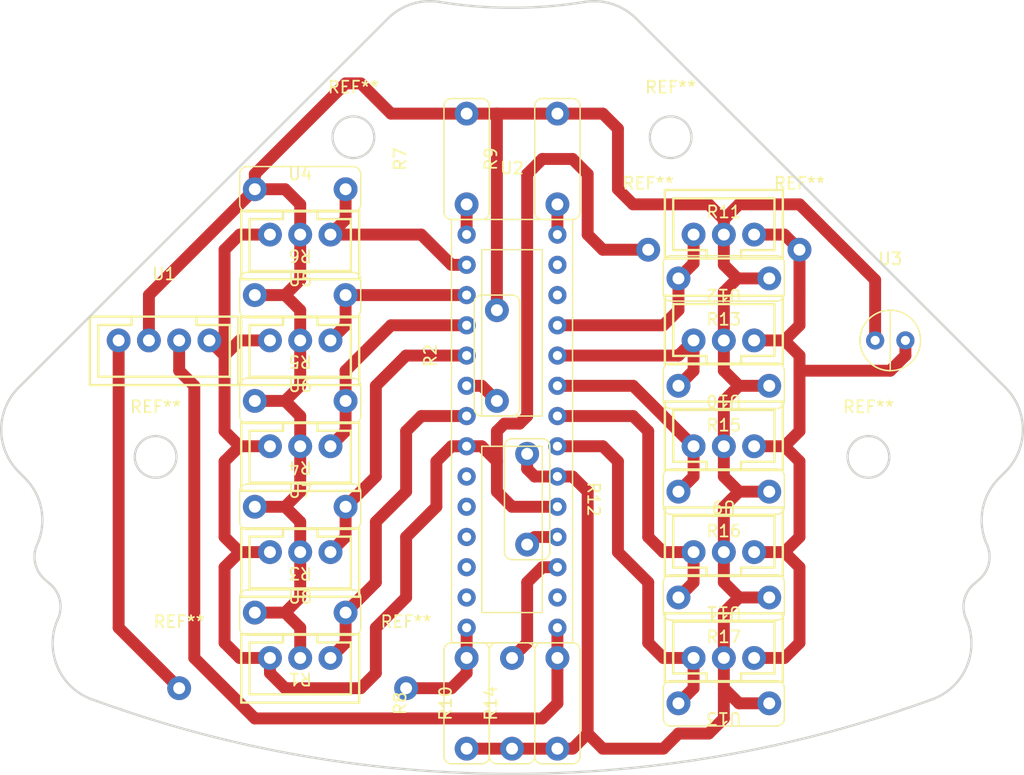
<source format=kicad_pcb>
(kicad_pcb (version 20211014) (generator pcbnew)
  (layers (0 "F.Cu" signal) (31 "B.Cu" signal) (34 "B.Paste" user) (35 "F.Paste" user) (36 "B.SilkS" user "B.Silkscreen") (37 "F.SilkS" user "F.Silkscreen") (38 "B.Mask" user) (39 "F.Mask" user) (44 "Edge.Cuts" user))
  (net 0 "")
  (net 1 "ch5")
  (net 2 "+5V")
  (net 3 "start")
  (net 4 "ch4")
  (net 5 "ch3")
  (net 6 "ch2")
  (net 7 "ch1")
  (net 8 "Net-(R7-Pad1)")
  (net 9 "SCL")
  (net 10 "Net-(R9-Pad1)")
  (net 11 "Net-(R10-Pad2)")
  (net 12 "ch9")
  (net 13 "Net-(R12-Pad2)")
  (net 14 "ch7")
  (net 15 "SDA")
  (net 16 "ch6")
  (net 17 "ch8")
  (net 18 "ch10")
  (net 19 "GND")
  (footprint "自分のフットプリント:抵抗" (layer "F.Cu") (at 17.78 17.652501)
    (fp_text reference "R11" (at 0 -0.5 unlocked) (layer "F.SilkS"))
    (fp_text value "100K")
    (pad "1" thru_hole circle (at -3.81 5.08) (size 2 2) (drill 1) (layers *.Cu *.Mask) (net 12 "ch9"))
    (pad "2" thru_hole circle (at 3.81 5.08) (size 2 2) (drill 1) (layers *.Cu *.Mask) (net 2 "+5V"))
  )
  (footprint "自分のフットプリント:抵抗" (layer "F.Cu") (at 17.78 53.34)
    (fp_text reference "R17" (at 0 -0.5 unlocked) (layer "F.SilkS"))
    (fp_text value "100K")
    (pad "1" thru_hole circle (at -3.81 5.08) (size 2 2) (drill 1) (layers *.Cu *.Mask) (net 18 "ch10"))
    (pad "2" thru_hole circle (at 3.81 5.08) (size 2 2) (drill 1) (layers *.Cu *.Mask) (net 2 "+5V"))
  )
  (footprint "自分のフットプリント:TJ3B-COREマイコン" (layer "F.Cu") (at 0 13.97)
    (fp_text reference "U2" (at 0 -0.5 unlocked) (layer "F.SilkS"))
    (fp_text value "TJ3B-COREマイコン")
    (pad "1" thru_hole circle (at -3.81 5.08) (size 1.524 1.524) (drill 0.762) (layers *.Cu *.Mask) (net 8 "Net-(R7-Pad1)"))
    (pad "2" thru_hole circle (at -3.81 7.62) (size 1.524 1.524) (drill 0.762) (layers *.Cu *.Mask) (net 7 "ch1"))
    (pad "3" thru_hole circle (at -3.81 10.16) (size 1.524 1.524) (drill 0.762) (layers *.Cu *.Mask) (net 6 "ch2"))
    (pad "4" thru_hole circle (at -3.81 12.7) (size 1.524 1.524) (drill 0.762) (layers *.Cu *.Mask) (net 5 "ch3"))
    (pad "5" thru_hole circle (at -3.81 15.24) (size 1.524 1.524) (drill 0.762) (layers *.Cu *.Mask) (net 4 "ch4"))
    (pad "6" thru_hole circle (at -3.81 17.78) (size 1.524 1.524) (drill 0.762) (layers *.Cu *.Mask) (net 3 "start"))
    (pad "7" thru_hole circle (at -3.81 20.32) (size 1.524 1.524) (drill 0.762) (layers *.Cu *.Mask) (net 1 "ch5"))
    (pad "8" thru_hole circle (at -3.81 22.86) (size 1.524 1.524) (drill 0.762) (layers *.Cu *.Mask) (net 19 "GND"))
    (pad "9" thru_hole circle (at -3.81 25.4) (size 1.524 1.524) (drill 0.762) (layers *.Cu *.Mask))
    (pad "10" thru_hole circle (at -3.81 27.94) (size 1.524 1.524) (drill 0.762) (layers *.Cu *.Mask))
    (pad "11" thru_hole circle (at -3.81 30.48) (size 1.524 1.524) (drill 0.762) (layers *.Cu *.Mask))
    (pad "12" thru_hole circle (at -3.81 33.02) (size 1.524 1.524) (drill 0.762) (layers *.Cu *.Mask))
    (pad "13" thru_hole circle (at -3.81 35.56) (size 1.524 1.524) (drill 0.762) (layers *.Cu *.Mask))
    (pad "14" thru_hole circle (at -3.81 38.1) (size 1.524 1.524) (drill 0.762) (layers *.Cu *.Mask) (net 9 "SCL"))
    (pad "15" thru_hole circle (at 3.81 38.1 180) (size 1.524 1.524) (drill 0.762) (layers *.Cu *.Mask) (net 15 "SDA"))
    (pad "16" thru_hole circle (at 3.81 35.56 180) (size 1.524 1.524) (drill 0.762) (layers *.Cu *.Mask))
    (pad "17" thru_hole circle (at 3.81 33.02 180) (size 1.524 1.524) (drill 0.762) (layers *.Cu *.Mask) (net 11 "Net-(R10-Pad2)"))
    (pad "18" thru_hole circle (at 3.81 30.48 180) (size 1.524 1.524) (drill 0.762) (layers *.Cu *.Mask) (net 13 "Net-(R12-Pad2)"))
    (pad "19" thru_hole circle (at 3.81 27.94 180) (size 1.524 1.524) (drill 0.762) (layers *.Cu *.Mask) (net 19 "GND"))
    (pad "20" thru_hole circle (at 3.81 25.4 180) (size 1.524 1.524) (drill 0.762) (layers *.Cu *.Mask) (net 2 "+5V"))
    (pad "21" thru_hole circle (at 3.81 22.86 180) (size 1.524 1.524) (drill 0.762) (layers *.Cu *.Mask) (net 18 "ch10"))
    (pad "22" thru_hole circle (at 3.81 20.32 180) (size 1.524 1.524) (drill 0.762) (layers *.Cu *.Mask) (net 17 "ch8"))
    (pad "23" thru_hole circle (at 3.81 17.78 180) (size 1.524 1.524) (drill 0.762) (layers *.Cu *.Mask) (net 16 "ch6"))
    (pad "24" thru_hole circle (at 3.81 15.24 180) (size 1.524 1.524) (drill 0.762) (layers *.Cu *.Mask) (net 14 "ch7"))
    (pad "25" thru_hole circle (at 3.81 12.7 180) (size 1.524 1.524) (drill 0.762) (layers *.Cu *.Mask) (net 12 "ch9"))
    (pad "26" thru_hole circle (at 3.81 10.16 180) (size 1.524 1.524) (drill 0.762) (layers *.Cu *.Mask))
    (pad "27" thru_hole circle (at 3.81 7.62 180) (size 1.524 1.524) (drill 0.762) (layers *.Cu *.Mask))
    (pad "28" thru_hole circle (at 3.81 5.08 180) (size 1.524 1.524) (drill 0.762) (layers *.Cu *.Mask) (net 10 "Net-(R9-Pad1)"))
  )
  (footprint "自分のフットプリント:コネクター3ピン" (layer "F.Cu") (at 17.78 50.8 180)
    (fp_text reference "U11" (at 0 0 180 unlocked) (layer "F.SilkS"))
    (fp_text value "コネクター3ピン")
    (pad "1" thru_hole circle (at -2.54 5.08 180) (size 2 2) (drill 1) (layers *.Mask "F.Cu" "In1.Cu" "B.Cu") (net 19 "GND"))
    (pad "2" thru_hole circle (at 0 5.08 180) (size 2 2) (drill 1) (layers *.Mask "F.Cu" "In1.Cu" "B.Cu") (net 2 "+5V"))
    (pad "3" thru_hole circle (at 2.54 5.08 180) (size 2 2) (drill 1) (layers *.Mask "F.Cu" "In1.Cu" "B.Cu") (net 17 "ch8"))
  )
  (footprint "自分のフットプリント:抵抗" (layer "F.Cu") (at -17.78 55.88 180)
    (fp_text reference "R1" (at 0 -0.5 180 unlocked) (layer "F.SilkS"))
    (fp_text value "100K")
    (pad "1" thru_hole circle (at -3.81 5.08 180) (size 2 2) (drill 1) (layers *.Cu *.Mask) (net 1 "ch5"))
    (pad "2" thru_hole circle (at 3.81 5.08 180) (size 2 2) (drill 1) (layers *.Cu *.Mask) (net 2 "+5V"))
  )
  (footprint "自分のフットプリント:抵抗" (layer "F.Cu") (at 6.35 41.275 -90)
    (fp_text reference "R12" (at 0 -0.5 -90 unlocked) (layer "F.SilkS"))
    (fp_text value "10K")
    (pad "1" thru_hole circle (at -3.81 5.08 270) (size 2 2) (drill 1) (layers *.Cu *.Mask) (net 2 "+5V"))
    (pad "2" thru_hole circle (at 3.81 5.08 270) (size 2 2) (drill 1) (layers *.Cu *.Mask) (net 13 "Net-(R12-Pad2)"))
  )
  (footprint "自分のフットプリント:コネクター3ピン" (layer "F.Cu") (at 17.78 24.13 180)
    (fp_text reference "U12" (at 0 0 180 unlocked) (layer "F.SilkS"))
    (fp_text value "コネクター3ピン")
    (pad "1" thru_hole circle (at -2.54 5.08 180) (size 2 2) (drill 1) (layers *.Mask "F.Cu" "In1.Cu" "B.Cu") (net 19 "GND"))
    (pad "2" thru_hole circle (at 0 5.08 180) (size 2 2) (drill 1) (layers *.Mask "F.Cu" "In1.Cu" "B.Cu") (net 2 "+5V"))
    (pad "3" thru_hole circle (at 2.54 5.08 180) (size 2 2) (drill 1) (layers *.Mask "F.Cu" "In1.Cu" "B.Cu") (net 12 "ch9"))
  )
  (footprint "MountingHole:MountingHole_3.2mm_M3" (layer "F.Cu") (at 29.91539 37.722679)
    (fp_text reference "REF**" (at 0 -4.2) (layer "F.SilkS"))
    (fp_text value "MountingHole_3.2mm_M3")
    (pad "" np_thru_hole circle (at 0 0) (size 3.2 3.2) (drill 3.2) (layers F&B.Cu *.Mask))
  )
  (footprint "自分のフットプリント:抵抗" (layer "F.Cu") (at -1.27 12.7 90)
    (fp_text reference "R9" (at 0 -0.5 90 unlocked) (layer "F.SilkS"))
    (fp_text value "10K")
    (pad "1" thru_hole circle (at -3.81 5.08 90) (size 2 2) (drill 1) (layers *.Cu *.Mask) (net 10 "Net-(R9-Pad1)"))
    (pad "2" thru_hole circle (at 3.81 5.08 90) (size 2 2) (drill 1) (layers *.Cu *.Mask) (net 2 "+5V"))
  )
  (footprint "MountingHole:MountingHole_3.2mm_M3" (layer "F.Cu") (at -13.316034 10.870277)
    (fp_text reference "REF**" (at 0 -4.2) (layer "F.SilkS"))
    (fp_text value "MountingHole_3.2mm_M3")
    (pad "" np_thru_hole circle (at 0 0) (size 3.2 3.2) (drill 3.2) (layers F&B.Cu *.Mask))
  )
  (footprint "自分のフットプリント:抵抗" (layer "F.Cu") (at -17.78 20.32 180)
    (fp_text reference "R6" (at 0 -0.5 180 unlocked) (layer "F.SilkS"))
    (fp_text value "100K")
    (pad "1" thru_hole circle (at -3.81 5.08 180) (size 2 2) (drill 1) (layers *.Cu *.Mask) (net 7 "ch1"))
    (pad "2" thru_hole circle (at 3.81 5.08 180) (size 2 2) (drill 1) (layers *.Cu *.Mask) (net 2 "+5V"))
  )
  (footprint "自分のフットプリント:抵抗" (layer "F.Cu") (at -8.89 58.42 90)
    (fp_text reference "R8" (at 0 -0.5 90 unlocked) (layer "F.SilkS"))
    (fp_text value "10K")
    (pad "1" thru_hole circle (at -3.81 5.08 90) (size 2 2) (drill 1) (layers *.Cu *.Mask) (net 2 "+5V"))
    (pad "2" thru_hole circle (at 3.81 5.08 90) (size 2 2) (drill 1) (layers *.Cu *.Mask) (net 9 "SCL"))
  )
  (footprint "自分のフットプリント:抵抗" (layer "F.Cu") (at 17.78 26.67)
    (fp_text reference "R13" (at 0 -0.5 unlocked) (layer "F.SilkS"))
    (fp_text value "100K")
    (pad "1" thru_hole circle (at -3.81 5.08) (size 2 2) (drill 1) (layers *.Cu *.Mask) (net 14 "ch7"))
    (pad "2" thru_hole circle (at 3.81 5.08) (size 2 2) (drill 1) (layers *.Cu *.Mask) (net 2 "+5V"))
  )
  (footprint "自分のフットプリント:抵抗" (layer "F.Cu") (at -1.27 58.42 90)
    (fp_text reference "R14" (at 0 -0.5 90 unlocked) (layer "F.SilkS"))
    (fp_text value "10K")
    (pad "1" thru_hole circle (at -3.81 5.08 90) (size 2 2) (drill 1) (layers *.Cu *.Mask) (net 2 "+5V"))
    (pad "2" thru_hole circle (at 3.81 5.08 90) (size 2 2) (drill 1) (layers *.Cu *.Mask) (net 15 "SDA"))
  )
  (footprint "自分のフットプリント:コネクター3ピン" (layer "F.Cu") (at -17.78 40.64)
    (fp_text reference "U7" (at 0 0 unlocked) (layer "F.SilkS"))
    (fp_text value "コネクター3ピン")
    (pad "1" thru_hole circle (at -2.54 5.08) (size 2 2) (drill 1) (layers *.Mask "F.Cu" "In1.Cu" "B.Cu") (net 19 "GND"))
    (pad "2" thru_hole circle (at 0 5.08) (size 2 2) (drill 1) (layers *.Mask "F.Cu" "In1.Cu" "B.Cu") (net 2 "+5V"))
    (pad "3" thru_hole circle (at 2.54 5.08) (size 2 2) (drill 1) (layers *.Mask "F.Cu" "In1.Cu" "B.Cu") (net 4 "ch4"))
  )
  (footprint "自分のフットプリント:コネクター3ピン" (layer "F.Cu") (at -17.78 13.97)
    (fp_text reference "U4" (at 0 0 unlocked) (layer "F.SilkS"))
    (fp_text value "コネクター3ピン")
    (pad "1" thru_hole circle (at -2.54 5.08) (size 2 2) (drill 1) (layers *.Mask "F.Cu" "In1.Cu" "B.Cu") (net 19 "GND"))
    (pad "2" thru_hole circle (at 0 5.08) (size 2 2) (drill 1) (layers *.Mask "F.Cu" "In1.Cu" "B.Cu") (net 2 "+5V"))
    (pad "3" thru_hole circle (at 2.54 5.08) (size 2 2) (drill 1) (layers *.Mask "F.Cu" "In1.Cu" "B.Cu") (net 7 "ch1"))
  )
  (footprint "自分のフットプリント:抵抗" (layer "F.Cu") (at -17.78 46.99 180)
    (fp_text reference "R3" (at 0 -0.5 180 unlocked) (layer "F.SilkS"))
    (fp_text value "100K")
    (pad "1" thru_hole circle (at -3.81 5.08 180) (size 2 2) (drill 1) (layers *.Cu *.Mask) (net 4 "ch4"))
    (pad "2" thru_hole circle (at 3.81 5.08 180) (size 2 2) (drill 1) (layers *.Cu *.Mask) (net 2 "+5V"))
  )
  (footprint "自分のフットプリント:抵抗" (layer "F.Cu") (at -17.78 38.1 180)
    (fp_text reference "R4" (at 0 -0.5 180 unlocked) (layer "F.SilkS"))
    (fp_text value "100K")
    (pad "1" thru_hole circle (at -3.81 5.08 180) (size 2 2) (drill 1) (layers *.Cu *.Mask) (net 5 "ch3"))
    (pad "2" thru_hole circle (at 3.81 5.08 180) (size 2 2) (drill 1) (layers *.Cu *.Mask) (net 2 "+5V"))
  )
  (footprint "自分のフットプリント:ジャンパ線" (layer "F.Cu") (at -27.94 52.07)
    (fp_text reference "REF**" (at 0 -0.5 unlocked) (layer "F.SilkS"))
    (fp_text value "ジャンパ線")
    (pad "1" thru_hole circle (at 0 5.08) (size 2 2) (drill 1) (layers *.Cu *.Mask))
  )
  (footprint "MountingHole:MountingHole_3.2mm_M3" (layer "F.Cu") (at 13.316034 10.870277)
    (fp_text reference "REF**" (at 0 -4.2) (layer "F.SilkS"))
    (fp_text value "MountingHole_3.2mm_M3")
    (pad "" np_thru_hole circle (at 0 0) (size 3.2 3.2) (drill 3.2) (layers F&B.Cu *.Mask))
  )
  (footprint "自分のフットプリント:コネクター3ピン" (layer "F.Cu") (at -17.78 22.86)
    (fp_text reference "U5" (at 0 0 unlocked) (layer "F.SilkS"))
    (fp_text value "コネクター3ピン")
    (pad "1" thru_hole circle (at -2.54 5.08) (size 2 2) (drill 1) (layers *.Mask "F.Cu" "In1.Cu" "B.Cu") (net 19 "GND"))
    (pad "2" thru_hole circle (at 0 5.08) (size 2 2) (drill 1) (layers *.Mask "F.Cu" "In1.Cu" "B.Cu") (net 2 "+5V"))
    (pad "3" thru_hole circle (at 2.54 5.08) (size 2 2) (drill 1) (layers *.Mask "F.Cu" "In1.Cu" "B.Cu") (net 6 "ch2"))
  )
  (footprint "自分のフットプリント:ジャンパ線" (layer "F.Cu") (at 11.43 15.24)
    (fp_text reference "REF**" (at 0 -0.5 unlocked) (layer "F.SilkS"))
    (fp_text value "ジャンパ線")
    (pad "1" thru_hole circle (at 0 5.08) (size 2 2) (drill 1) (layers F&B.Cu *.Mask))
  )
  (footprint "自分のフットプリント:コネクター3ピン" (layer "F.Cu") (at -17.78 31.75)
    (fp_text reference "U6" (at 0 0 unlocked) (layer "F.SilkS"))
    (fp_text value "コネクター3ピン")
    (pad "1" thru_hole circle (at -2.54 5.08) (size 2 2) (drill 1) (layers *.Mask "F.Cu" "In1.Cu" "B.Cu") (net 19 "GND"))
    (pad "2" thru_hole circle (at 0 5.08) (size 2 2) (drill 1) (layers *.Mask "F.Cu" "In1.Cu" "B.Cu") (net 2 "+5V"))
    (pad "3" thru_hole circle (at 2.54 5.08) (size 2 2) (drill 1) (layers *.Mask "F.Cu" "In1.Cu" "B.Cu") (net 5 "ch3"))
  )
  (footprint "自分のフットプリント:抵抗" (layer "F.Cu") (at 17.78 35.56)
    (fp_text reference "R15" (at 0 -0.5 unlocked) (layer "F.SilkS"))
    (fp_text value "100K")
    (pad "1" thru_hole circle (at -3.81 5.08) (size 2 2) (drill 1) (layers *.Cu *.Mask) (net 16 "ch6"))
    (pad "2" thru_hole circle (at 3.81 5.08) (size 2 2) (drill 1) (layers *.Cu *.Mask) (net 2 "+5V"))
  )
  (footprint "自分のフットプリント:抵抗" (layer "F.Cu") (at 17.78 44.45)
    (fp_text reference "R16" (at 0 -0.5 unlocked) (layer "F.SilkS"))
    (fp_text value "100K")
    (pad "1" thru_hole circle (at -3.81 5.08) (size 2 2) (drill 1) (layers *.Cu *.Mask) (net 17 "ch8"))
    (pad "2" thru_hole circle (at 3.81 5.08) (size 2 2) (drill 1) (layers *.Cu *.Mask) (net 2 "+5V"))
  )
  (footprint "自分のフットプリント:コネクター4ピン" (layer "F.Cu") (at -29.21 22.86)
    (fp_text reference "U1" (at 0 -0.5 unlocked) (layer "F.SilkS"))
    (fp_text value "I2Cピン")
    (pad "1" thru_hole circle (at -3.81 5.08) (size 2 2) (drill 1) (layers *.Mask "F.Cu" "In1.Cu" "B.Cu") (net 9 "SCL"))
    (pad "2" thru_hole circle (at -1.27 5.08) (size 2 2) (drill 1) (layers *.Mask "F.Cu" "In1.Cu" "B.Cu") (net 2 "+5V"))
    (pad "3" thru_hole circle (at 1.27 5.08) (size 2 2) (drill 1) (layers *.Mask "F.Cu" "In1.Cu" "B.Cu") (net 15 "SDA"))
    (pad "4" thru_hole circle (at 3.81 5.08) (size 2 2) (drill 1) (layers *.Mask "F.Cu" "In1.Cu" "B.Cu") (net 19 "GND"))
  )
  (footprint "自分のフットプリント:コネクター3ピン" (layer "F.Cu") (at 17.78 59.69 180)
    (fp_text reference "U13" (at 0 0 180 unlocked) (layer "F.SilkS"))
    (fp_text value "コネクター3ピン")
    (pad "1" thru_hole circle (at -2.54 5.08 180) (size 2 2) (drill 1) (layers *.Mask "F.Cu" "In1.Cu" "B.Cu") (net 19 "GND"))
    (pad "2" thru_hole circle (at 0 5.08 180) (size 2 2) (drill 1) (layers *.Mask "F.Cu" "In1.Cu" "B.Cu") (net 2 "+5V"))
    (pad "3" thru_hole circle (at 2.54 5.08 180) (size 2 2) (drill 1) (layers *.Mask "F.Cu" "In1.Cu" "B.Cu") (net 18 "ch10"))
  )
  (footprint "自分のフットプリント:ジャンパ線" (layer "F.Cu") (at -8.89 52.07)
    (fp_text reference "REF**" (at 0 -0.5 unlocked) (layer "F.SilkS"))
    (fp_text value "ジャンパ線")
    (pad "1" thru_hole circle (at 0 5.08) (size 2 2) (drill 1) (layers F&B.Cu *.Mask))
  )
  (footprint "自分のフットプリント:コネクター3ピン" (layer "F.Cu") (at -17.78 49.53)
    (fp_text reference "U8" (at 0 0 unlocked) (layer "F.SilkS"))
    (fp_text value "コネクター3ピン")
    (pad "1" thru_hole circle (at -2.54 5.08) (size 2 2) (drill 1) (layers *.Mask "F.Cu" "In1.Cu" "B.Cu") (net 19 "GND"))
    (pad "2" thru_hole circle (at 0 5.08) (size 2 2) (drill 1) (layers *.Mask "F.Cu" "In1.Cu" "B.Cu") (net 2 "+5V"))
    (pad "3" thru_hole circle (at 2.54 5.08) (size 2 2) (drill 1) (layers *.Mask "F.Cu" "In1.Cu" "B.Cu") (net 1 "ch5"))
  )
  (footprint "自分のフットプリント:コネクター3ピン" (layer "F.Cu") (at 17.78 41.91 180)
    (fp_text reference "U9" (at 0 0 180 unlocked) (layer "F.SilkS"))
    (fp_text value "コネクター3ピン")
    (pad "1" thru_hole circle (at -2.54 5.08 180) (size 2 2) (drill 1) (layers *.Mask "F.Cu" "In1.Cu" "B.Cu") (net 19 "GND"))
    (pad "2" thru_hole circle (at 0 5.08 180) (size 2 2) (drill 1) (layers *.Mask "F.Cu" "In1.Cu" "B.Cu") (net 2 "+5V"))
    (pad "3" thru_hole circle (at 2.54 5.08 180) (size 2 2) (drill 1) (layers *.Mask "F.Cu" "In1.Cu" "B.Cu") (net 16 "ch6"))
  )
  (footprint "自分のフットプリント:抵抗" (layer "F.Cu") (at -6.35 29.21 90)
    (fp_text reference "R2" (at 0 -0.5 90 unlocked) (layer "F.SilkS"))
    (fp_text value "10K")
    (pad "1" thru_hole circle (at -3.81 5.08 90) (size 2 2) (drill 1) (layers *.Cu *.Mask) (net 3 "start"))
    (pad "2" thru_hole circle (at 3.81 5.08 90) (size 2 2) (drill 1) (layers *.Cu *.Mask) (net 2 "+5V"))
  )
  (footprint "自分のフットプリント:抵抗" (layer "F.Cu") (at -17.78 29.21 180)
    (fp_text reference "R5" (at 0 -0.5 180 unlocked) (layer "F.SilkS"))
    (fp_text value "100K")
    (pad "1" thru_hole circle (at -3.81 5.08 180) (size 2 2) (drill 1) (layers *.Cu *.Mask) (net 6 "ch2"))
    (pad "2" thru_hole circle (at 3.81 5.08 180) (size 2 2) (drill 1) (layers *.Cu *.Mask) (net 2 "+5V"))
  )
  (footprint "自分のフットプリント:抵抗" (layer "F.Cu") (at -5.08 58.42 90)
    (fp_text reference "R10" (at 0 -0.5 90 unlocked) (layer "F.SilkS"))
    (fp_text value "10K")
    (pad "1" thru_hole circle (at -3.81 5.08 90) (size 2 2) (drill 1) (layers *.Cu *.Mask) (net 2 "+5V"))
    (pad "2" thru_hole circle (at 3.81 5.08 90) (size 2 2) (drill 1) (layers *.Cu *.Mask) (net 11 "Net-(R10-Pad2)"))
  )
  (footprint "自分のフットプリント:ジャンパ線" (layer "F.Cu") (at 24.13 15.24)
    (fp_text reference "REF**" (at 0 -0.5 unlocked) (layer "F.SilkS"))
    (fp_text value "ジャンパ線")
    (pad "1" thru_hole circle (at 0 5.08) (size 2 2) (drill 1) (layers F&B.Cu *.Mask))
  )
  (footprint "MountingHole:MountingHole_3.2mm_M3" (layer "F.Cu") (at -29.91539 37.722679)
    (fp_text reference "REF**" (at 0 -4.2) (layer "F.SilkS"))
    (fp_text value "MountingHole_3.2mm_M3")
    (pad "" np_thru_hole circle (at 0 0) (size 3.2 3.2) (drill 3.2) (layers F&B.Cu *.Mask))
  )
  (footprint "自分のフットプリント:電解コンデンサー" (layer "F.Cu") (at 31.75 21.59)
    (fp_text reference "U3" (at 0 -0.5 unlocked) (layer "F.SilkS"))
    (fp_text value "電解コンデンサー")
    (pad "1" thru_hole circle (at -1.27 6.35) (size 1.524 1.524) (drill 0.762) (layers *.Cu *.Mask) (net 2 "+5V"))
    (pad "2" thru_hole circle (at 1.27 6.35) (size 1.524 1.524) (drill 0.762) (layers *.Cu *.Mask) (net 19 "GND"))
  )
  (footprint "自分のフットプリント:抵抗" (layer "F.Cu") (at -8.89 12.7 90)
    (fp_text reference "R7" (at 0 -0.5 90 unlocked) (layer "F.SilkS"))
    (fp_text value "10K")
    (pad "1" thru_hole circle (at -3.81 5.08 90) (size 2 2) (drill 1) (layers *.Cu *.Mask) (net 8 "Net-(R7-Pad1)"))
    (pad "2" thru_hole circle (at 3.81 5.08 90) (size 2 2) (drill 1) (layers *.Cu *.Mask) (net 2 "+5V"))
  )
  (footprint "自分のフットプリント:コネクター3ピン" (layer "F.Cu") (at 17.78 33.02 180)
    (fp_text reference "U10" (at 0 0 180 unlocked) (layer "F.SilkS"))
    (fp_text value "コネクター3ピン")
    (pad "1" thru_hole circle (at -2.54 5.08 180) (size 2 2) (drill 1) (layers *.Mask "F.Cu" "In1.Cu" "B.Cu") (net 19 "GND"))
    (pad "2" thru_hole circle (at 0 5.08 180) (size 2 2) (drill 1) (layers *.Mask "F.Cu" "In1.Cu" "B.Cu") (net 2 "+5V"))
    (pad "3" thru_hole circle (at 2.54 5.08 180) (size 2 2) (drill 1) (layers *.Mask "F.Cu" "In1.Cu" "B.Cu") (net 14 "ch7"))
  )
  (gr_line (start -33.469261 58.727021) (end -32.756401 58.943919) (layer "Edge.Cuts") (width 0.2))
  (gr_line (start -39.221117 48.011063) (end -38.758571 48.411629) (layer "Edge.Cuts") (width 0.2))
  (gr_line (start 32.756401 58.943919) (end 33.469261 58.727021) (layer "Edge.Cuts") (width 0.2))
  (gr_line (start -35.280606 58.082185) (end -33.469261 58.727021) (layer "Edge.Cuts") (width 0.2))
  (gr_line (start -10.427413 0.910589) (end -24.724508 15.207684) (layer "Edge.Cuts") (width 0.2))
  (gr_arc (start 6.09337 -0.489704) (mid 8.429094 -0.31171) (end 10.427413 0.910589) (layer "Edge.Cuts") (width 0.2))
  (gr_line (start 33.469261 58.727021) (end 35.280606 58.082185) (layer "Edge.Cuts") (width 0.2))
  (gr_arc (start -38.758571 48.411629) (mid -37.953541 49.764456) (end -38.116655 51.330217) (layer "Edge.Cuts") (width 0.2))
  (gr_arc (start 38.116655 51.330217) (mid 38.169458 55.323997) (end 35.280606 58.082185) (layer "Edge.Cuts") (width 0.2))
  (gr_arc (start -40.884553 39.499454) (mid -39.501452 42.136639) (end -39.863033 45.092476) (layer "Edge.Cuts") (width 0.2))
  (gr_line (start 40.884553 39.499454) (end 41.414882 38.969125) (layer "Edge.Cuts") (width 0.2))
  (gr_arc (start -39.221117 48.011063) (mid -40.026148 46.658237) (end -39.863033 45.092476) (layer "Edge.Cuts") (width 0.2))
  (gr_line (start 41.414882 31.898057) (end 24.724508 15.207684) (layer "Edge.Cuts") (width 0.2))
  (gr_line (start -32.756401 58.943919) (end -32.756401 58.970361) (layer "Edge.Cuts") (width 0.2))
  (gr_circle (center 13.316034 10.870277) (end 13.316034 12.620277) (layer "Edge.Cuts") (width 0.2) (fill none))
  (gr_arc (start 41.414882 31.898057) (mid 42.879348 35.433591) (end 41.414882 38.969125) (layer "Edge.Cuts") (width 0.2))
  (gr_line (start -41.414882 38.969125) (end -40.884553 39.499454) (layer "Edge.Cuts") (width 0.2))
  (gr_arc (start 39.863033 45.092476) (mid 39.501452 42.136639) (end 40.884553 39.499454) (layer "Edge.Cuts") (width 0.2))
  (gr_line (start -24.724508 15.207684) (end -41.414882 31.898057) (layer "Edge.Cuts") (width 0.2))
  (gr_circle (center 29.91539 37.722679) (end 29.91539 39.472679) (layer "Edge.Cuts") (width 0.2) (fill none))
  (gr_line (start 38.758571 48.411629) (end 39.221117 48.011063) (layer "Edge.Cuts") (width 0.2))
  (gr_arc (start 38.116655 51.330217) (mid 37.953541 49.764456) (end 38.758571 48.411629) (layer "Edge.Cuts") (width 0.2))
  (gr_line (start 24.724508 15.207684) (end 10.427413 0.910589) (layer "Edge.Cuts") (width 0.2))
  (gr_arc (start -41.414882 38.969125) (mid -42.879348 35.433591) (end -41.414882 31.898057) (layer "Edge.Cuts") (width 0.2))
  (gr_arc (start 32.756401 58.970361) (mid 0 64.345348) (end -32.756401 58.970361) (layer "Edge.Cuts") (width 0.2))
  (gr_arc (start 39.863033 45.092476) (mid 40.026148 46.658237) (end 39.221117 48.011063) (layer "Edge.Cuts") (width 0.2))
  (gr_circle (center -29.91539 37.722679) (end -29.91539 39.472679) (layer "Edge.Cuts") (width 0.2) (fill none))
  (gr_arc (start -10.427413 0.910589) (mid -8.429095 -0.31171) (end -6.09337 -0.489704) (layer "Edge.Cuts") (width 0.2))
  (gr_line (start 32.756401 58.970361) (end 32.756401 58.943919) (layer "Edge.Cuts") (width 0.2))
  (gr_arc (start -35.280606 58.082185) (mid -38.169457 55.323997) (end -38.116655 51.330217) (layer "Edge.Cuts") (width 0.2))
  (gr_circle (center -13.316034 10.870277) (end -13.316034 12.620277) (layer "Edge.Cuts") (width 0.2) (fill none))
  (gr_arc (start 6.09337 -0.489704) (mid 0 0) (end -6.09337 -0.489704) (layer "Edge.Cuts") (width 0.2))
  (segment (start -7.62 34.29) (end -8.89 35.56) (width 1) (layer "F.Cu") (net 1))
  (segment (start -13.97 50.8) (end -13.97 53.34) (width 1) (layer "F.Cu") (net 1))
  (segment (start -8.89 35.56) (end -8.89 40.64) (width 1) (layer "F.Cu") (net 1))
  (segment (start -8.89 40.64) (end -11.43 43.18) (width 1) (layer "F.Cu") (net 1))
  (segment (start -11.43 43.18) (end -11.43 48.26) (width 1) (layer "F.Cu") (net 1))
  (segment (start -3.81 34.29) (end -7.62 34.29) (width 1) (layer "F.Cu") (net 1))
  (segment (start -13.97 53.34) (end -15.24 54.61) (width 1) (layer "F.Cu") (net 1))
  (segment (start -11.43 48.26) (end -13.97 50.8) (width 1) (layer "F.Cu") (net 1))
  (segment (start 3.81 39.37) (end 1.905 39.37) (width 1) (layer "F.Cu") (net 2))
  (segment (start 8.89 10.16) (end 7.62 8.89) (width 1) (layer "F.Cu") (net 2))
  (segment (start -17.78 52.07) (end -17.78 54.61) (width 1) (layer "F.Cu") (net 2))
  (segment (start -17.78 22.86) (end -19.05 24.13) (width 1) (layer "F.Cu") (net 2))
  (segment (start 17.78 57.15) (end 19.05 58.42) (width 1) (layer "F.Cu") (net 2))
  (segment (start 19.05 40.64) (end 17.78 41.91) (width 1) (layer "F.Cu") (net 2))
  (segment (start 1.905 39.37) (end 1.27 38.735) (width 1) (layer "F.Cu") (net 2))
  (segment (start 17.78 48.26) (end 19.05 49.53) (width 1) (layer "F.Cu") (net 2))
  (segment (start 17.78 27.94) (end 17.78 30.48) (width 1) (layer "F.Cu") (net 2))
  (segment (start -17.78 25.4) (end -17.78 27.94) (width 1) (layer "F.Cu") (net 2))
  (segment (start 5.08 62.23) (end -3.81 62.23) (width 1) (layer "F.Cu") (net 2))
  (segment (start -17.78 31.75) (end -19.05 33.02) (width 1) (layer "F.Cu") (net 2))
  (segment (start -17.78 40.64) (end -19.05 41.91) (width 1) (layer "F.Cu") (net 2))
  (segment (start -12.7 6.35) (end -10.16 8.89) (width 1) (layer "F.Cu") (net 2))
  (segment (start -17.78 49.53) (end -19.05 50.8) (width 1) (layer "F.Cu") (net 2))
  (segment (start -30.48 24.13) (end -30.48 27.94) (width 1) (layer "F.Cu") (net 2))
  (segment (start 17.78 41.91) (end 17.78 45.72) (width 1) (layer "F.Cu") (net 2))
  (segment (start -19.05 50.8) (end -17.78 52.07) (width 1) (layer "F.Cu") (net 2))
  (segment (start 17.78 21.59) (end 17.78 19.05) (width 1) (layer "F.Cu") (net 2))
  (segment (start 17.78 30.48) (end 19.05 31.75) (width 1) (layer "F.Cu") (net 2))
  (segment (start -17.78 27.94) (end -17.78 31.75) (width 1) (layer "F.Cu") (net 2))
  (segment (start 19.05 40.64) (end 21.59 40.64) (width 1) (layer "F.Cu") (net 2))
  (segment (start 17.78 36.83) (end 17.78 39.37) (width 1) (layer "F.Cu") (net 2))
  (segment (start -19.05 50.8) (end -21.59 50.8) (width 1) (layer "F.Cu") (net 2))
  (segment (start 7.62 8.89) (end 3.81 8.89) (width 1) (layer "F.Cu") (net 2))
  (segment (start 30.48 22.86) (end 30.48 27.94) (width 1) (layer "F.Cu") (net 2))
  (segment (start -17.78 43.18) (end -17.78 49.53) (width 1) (layer "F.Cu") (net 2))
  (segment (start -3.81 8.89) (end -1.27 8.89) (width 1) (layer "F.Cu") (net 2))
  (segment (start -21.59 15.24) (end -19.05 15.24) (width 1) (layer "F.Cu") (net 2))
  (segment (start -19.05 41.91) (end -21.59 41.91) (width 1) (layer "F.Cu") (net 2))
  (segment (start -19.05 15.24) (end -17.78 16.51) (width 1) (layer "F.Cu") (net 2))
  (segment (start 5.08 39.37) (end 6.35 40.64) (width 1) (layer "F.Cu") (net 2))
  (segment (start -21.59 13.97) (end -21.59 15.24) (width 1) (layer "F.Cu") (net 2))
  (segment (start 19.05 49.53) (end 21.59 49.53) (width 1) (layer "F.Cu") (net 2))
  (segment (start 16.51 16.51) (end 10.16 16.51) (width 1) (layer "F.Cu") (net 2))
  (segment (start -1.27 25.4) (end -1.27 8.89) (width 1) (layer "F.Cu") (net 2))
  (segment (start -19.05 24.13) (end -21.59 24.13) (width 1) (layer "F.Cu") (net 2))
  (segment (start 17.78 27.94) (end 17.78 23.875002) (width 1) (layer "F.Cu") (net 2))
  (segment (start -1.27 8.89) (end 3.81 8.89) (width 1) (layer "F.Cu") (net 2))
  (segment (start -10.16 8.89) (end -3.81 8.89) (width 1) (layer "F.Cu") (net 2))
  (segment (start -13.97 6.35) (end -21.59 13.97) (width 1) (layer "F.Cu") (net 2))
  (segment (start 6.35 40.64) (end 6.35 60.96) (width 1) (layer "F.Cu") (net 2))
  (segment (start 17.78 19.05) (end 17.78 17.78) (width 1) (layer "F.Cu") (net 2))
  (segment (start 1.27 38.735) (end 1.27 37.465) (width 1) (layer "F.Cu") (net 2))
  (segment (start -19.05 41.91) (end -17.78 43.18) (width 1) (layer "F.Cu") (net 2))
  (segment (start 19.05 31.75) (end 21.59 31.75) (width 1) (layer "F.Cu") (net 2))
  (segment (start 16.51 60.96) (end 17.78 59.69) (width 1) (layer "F.Cu") (net 2))
  (segment (start 19.05 58.42) (end 21.59 58.42) (width 1) (layer "F.Cu") (net 2))
  (segment (start -17.78 36.83) (end -17.78 40.64) (width 1) (layer "F.Cu") (net 2))
  (segment (start 13.97 60.96) (end 16.51 60.96) (width 1) (layer "F.Cu") (net 2))
  (segment (start 19.05 16.51) (end 24.13 16.51) (width 1) (layer "F.Cu") (net 2))
  (segment (start 17.78 33.02) (end 17.78 36.83) (width 1) (layer "F.Cu") (net 2))
  (segment (start 17.78 54.61) (end 17.78 57.15) (width 1) (layer "F.Cu") (net 2))
  (segment (start 10.16 16.51) (end 8.89 15.24) (width 1) (layer "F.Cu") (net 2))
  (segment (start -19.05 33.02) (end -21.59 33.02) (width 1) (layer "F.Cu") (net 2))
  (segment (start -17.78 19.05) (end -17.78 22.86) (width 1) (layer "F.Cu") (net 2))
  (segment (start 12.7 62.23) (end 13.97 60.96) (width 1) (layer "F.Cu") (net 2))
  (segment (start 17.78 59.69) (end 17.78 57.15) (width 1) (layer "F.Cu") (net 2))
  (segment (start 6.35 60.96) (end 5.08 62.23) (width 1) (layer "F.Cu") (net 2))
  (segment (start 18.922501 22.732501) (end 17.78 21.59) (width 1) (layer "F.Cu") (net 2))
  (segment (start 17.78 45.72) (end 17.78 48.26) (width 1) (layer "F.Cu") (net 2))
  (segment (start 7.62 62.23) (end 12.7 62.23) (width 1) (layer "F.Cu") (net 2))
  (segment (start -17.78 34.29) (end -17.78 36.83) (width 1) (layer "F.Cu") (net 2))
  (segment (start 17.78 17.78) (end 19.05 16.51) (width 1) (layer "F.Cu") (net 2))
  (segment (start 19.05 49.53) (end 17.78 50.8) (width 1) (layer "F.Cu") (net 2))
  (segment (start 17.78 50.8) (end 17.78 54.61) (width 1) (layer "F.Cu") (net 2))
  (segment (start -19.05 33.02) (end -17.78 34.29) (width 1) (layer "F.Cu") (net 2))
  (segment (start -21.59 15.24) (end -30.48 24.13) (width 1) (layer "F.Cu") (net 2))
  (segment (start 17.78 17.78) (end 16.51 16.51) (width 1) (layer "F.Cu") (net 2))
  (segment (start 21.59 22.732501) (end 18.922501 22.732501) (width 1) (layer "F.Cu") (net 2))
  (segment (start 17.78 39.37) (end 19.05 40.64) (width 1) (layer "F.Cu") (net 2))
  (segment (start 8.89 15.24) (end 8.89 10.16) (width 1) (layer "F.Cu") (net 2))
  (segment (start -19.05 24.13) (end -17.78 25.4) (width 1) (layer "F.Cu") (net 2))
  (segment (start 3.81 39.37) (end 5.08 39.37) (width 1) (layer "F.Cu") (net 2))
  (segment (start 6.35 60.96) (end 7.62 62.23) (width 1) (layer "F.Cu") (net 2))
  (segment (start 24.13 16.51) (end 30.48 22.86) (width 1) (layer "F.Cu") (net 2))
  (segment (start 17.78 23.875002) (end 18.922501 22.732501) (width 1) (layer "F.Cu") (net 2))
  (segment (start -13.97 6.35) (end -12.7 6.35) (width 1) (layer "F.Cu") (net 2))
  (segment (start 19.05 31.75) (end 17.78 33.02) (width 1) (layer "F.Cu") (net 2))
  (segment (start -17.78 16.51) (end -17.78 19.05) (width 1) (layer "F.Cu") (net 2))
  (segment (start -2.54 31.75) (end -1.27 33.02) (width 1) (layer "F.Cu") (net 3))
  (segment (start -3.81 31.75) (end -2.54 31.75) (width 1) (layer "F.Cu") (net 3))
  (segment (start -8.89 29.21) (end -11.43 31.75) (width 1) (layer "F.Cu") (net 4))
  (segment (start -11.43 39.37) (end -13.97 41.91) (width 1) (layer "F.Cu") (net 4))
  (segment (start -13.97 41.91) (end -13.97 44.45) (width 1) (layer "F.Cu") (net 4))
  (segment (start -11.43 31.75) (end -11.43 39.37) (width 1) (layer "F.Cu") (net 4))
  (segment (start -3.81 29.21) (end -8.89 29.21) (width 1) (layer "F.Cu") (net 4))
  (segment (start -13.97 44.45) (end -15.24 45.72) (width 1) (layer "F.Cu") (net 4))
  (segment (start -3.81 26.67) (end -10.16 26.67) (width 1) (layer "F.Cu") (net 5))
  (segment (start -10.16 26.67) (end -13.97 30.48) (width 1) (layer "F.Cu") (net 5))
  (segment (start -13.97 35.56) (end -15.24 36.83) (width 1) (layer "F.Cu") (net 5))
  (segment (start -13.97 33.02) (end -13.97 35.56) (width 1) (layer "F.Cu") (net 5))
  (segment (start -13.97 30.48) (end -13.97 33.02) (width 1) (layer "F.Cu") (net 5))
  (segment (start -13.97 24.13) (end -3.81 24.13) (width 1) (layer "F.Cu") (net 6))
  (segment (start -13.97 24.13) (end -13.97 26.67) (width 1) (layer "F.Cu") (net 6))
  (segment (start -13.97 26.67) (end -15.24 27.94) (width 1) (layer "F.Cu") (net 6))
  (segment (start -5.08 21.59) (end -3.81 21.59) (width 1) (layer "F.Cu") (net 7))
  (segment (start -13.97 15.24) (end -13.97 17.78) (width 1) (layer "F.Cu") (net 7))
  (segment (start -13.97 17.78) (end -15.24 19.05) (width 1) (layer "F.Cu") (net 7))
  (segment (start -7.62 19.05) (end -5.08 21.59) (width 1) (layer "F.Cu") (net 7))
  (segment (start -15.24 19.05) (end -7.62 19.05) (width 1) (layer "F.Cu") (net 7))
  (segment (start -3.81 16.51) (end -3.81 19.05) (width 1) (layer "F.Cu") (net 8))
  (segment (start -3.81 55.88) (end -5.08 57.15) (width 1) (layer "F.Cu") (net 9))
  (segment (start -5.08 57.15) (end -8.89 57.15) (width 1) (layer "F.Cu") (net 9))
  (segment (start -33.02 52.07) (end -27.94 57.15) (width 1) (layer "F.Cu") (net 9))
  (segment (start -33.02 27.94) (end -33.02 52.07) (width 1) (layer "F.Cu") (net 9))
  (segment (start -3.81 54.61) (end -3.81 52.07) (width 1) (layer "F.Cu") (net 9))
  (segment (start -3.81 54.61) (end -3.81 55.88) (width 1) (layer "F.Cu") (net 9))
  (segment (start 3.81 16.51) (end 3.81 19.05) (width 1) (layer "F.Cu") (net 10))
  (segment (start 1.27 53.34) (end 0 54.61) (width 1) (layer "F.Cu") (net 11))
  (segment (start 3.81 46.99) (end 2.54 46.99) (width 1) (layer "F.Cu") (net 11))
  (segment (start 2.54 46.99) (end 1.27 48.26) (width 1) (layer "F.Cu") (net 11))
  (segment (start 1.27 48.26) (end 1.27 53.34) (width 1) (layer "F.Cu") (net 11))
  (segment (start 3.81 26.67) (end 12.7 26.67) (width 1) (layer "F.Cu") (net 12))
  (segment (start 15.24 21.462501) (end 13.97 22.732501) (width 1) (layer "F.Cu") (net 12))
  (segment (start 13.97 25.4) (end 13.97 22.732501) (width 1) (layer "F.Cu") (net 12))
  (segment (start 12.7 26.67) (end 13.97 25.4) (width 1) (layer "F.Cu") (net 12))
  (segment (start 15.24 19.05) (end 15.24 21.462501) (width 1) (layer "F.Cu") (net 12))
  (segment (start 1.905 44.45) (end 1.27 45.085) (width 1) (layer "F.Cu") (net 13))
  (segment (start 3.81 44.45) (end 1.905 44.45) (width 1) (layer "F.Cu") (net 13))
  (segment (start 15.24 30.48) (end 13.97 31.75) (width 1) (layer "F.Cu") (net 14))
  (segment (start 3.81 29.21) (end 13.97 29.21) (width 1) (layer "F.Cu") (net 14))
  (segment (start 15.24 27.94) (end 15.24 30.48) (width 1) (layer "F.Cu") (net 14))
  (segment (start 13.97 29.21) (end 15.24 27.94) (width 1) (layer "F.Cu") (net 14))
  (segment (start 3.81 58.42) (end 3.81 54.61) (width 1) (layer "F.Cu") (net 15))
  (segment (start -27.94 27.94) (end -27.94 30.48) (width 1) (layer "F.Cu") (net 15))
  (segment (start -26.67 31.75) (end -26.67 54.61) (width 1) (layer "F.Cu") (net 15))
  (segment (start 3.81 54.61) (end 3.81 52.07) (width 1) (layer "F.Cu") (net 15))
  (segment (start 2.54 59.69) (end 3.81 58.42) (width 1) (layer "F.Cu") (net 15))
  (segment (start -21.59 59.69) (end 2.54 59.69) (width 1) (layer "F.Cu") (net 15))
  (segment (start -27.94 30.48) (end -26.67 31.75) (width 1) (layer "F.Cu") (net 15))
  (segment (start -26.67 54.61) (end -21.59 59.69) (width 1) (layer "F.Cu") (net 15))
  (segment (start 10.16 31.75) (end 15.24 36.83) (width 1) (layer "F.Cu") (net 16))
  (segment (start 15.24 39.37) (end 15.24 36.83) (width 1) (layer "F.Cu") (net 16))
  (segment (start 13.97 40.64) (end 15.24 39.37) (width 1) (layer "F.Cu") (net 16))
  (segment (start 3.81 31.75) (end 10.16 31.75) (width 1) (layer "F.Cu") (net 16))
  (segment (start 10.16 34.29) (end 11.43 35.56) (width 1) (layer "F.Cu") (net 17))
  (segment (start 15.24 48.26) (end 13.97 49.53) (width 1) (layer "F.Cu") (net 17))
  (segment (start 12.7 45.72) (end 15.24 45.72) (width 1) (layer "F.Cu") (net 17))
  (segment (start 3.81 34.29) (end 10.16 34.29) (width 1) (layer "F.Cu") (net 17))
  (segment (start 11.43 44.45) (end 12.7 45.72) (width 1) (layer "F.Cu") (net 17))
  (segment (start 15.24 45.72) (end 15.24 48.26) (width 1) (layer "F.Cu") (net 17))
  (segment (start 11.43 35.56) (end 11.43 44.45) (width 1) (layer "F.Cu") (net 17))
  (segment (start 7.62 36.83) (end 8.89 38.1) (width 1) (layer "F.Cu") (net 18))
  (segment (start 11.43 53.34) (end 12.7 54.61) (width 1) (layer "F.Cu") (net 18))
  (segment (start 12.7 54.61) (end 15.24 54.61) (width 1) (layer "F.Cu") (net 18))
  (segment (start 15.24 54.61) (end 15.24 57.15) (width 1) (layer "F.Cu") (net 18))
  (segment (start 3.81 36.83) (end 7.62 36.83) (width 1) (layer "F.Cu") (net 18))
  (segment (start 11.43 48.26) (end 11.43 53.34) (width 1) (layer "F.Cu") (net 18))
  (segment (start 8.89 38.1) (end 8.89 45.72) (width 1) (layer "F.Cu") (net 18))
  (segment (start 8.89 45.72) (end 11.43 48.26) (width 1) (layer "F.Cu") (net 18))
  (segment (start 15.24 57.15) (end 13.97 58.42) (width 1) (layer "F.Cu") (net 18))
  (segment (start 24.13 30.48) (end 24.13 35.56) (width 1) (layer "F.Cu") (net 19))
  (segment (start -22.86 36.83) (end -24.13 35.56) (width 1) (layer "F.Cu") (net 19))
  (segment (start -22.86 45.72) (end -20.32 45.72) (width 1) (layer "F.Cu") (net 19))
  (segment (start 22.86 36.83) (end 20.32 36.83) (width 1) (layer "F.Cu") (net 19))
  (segment (start -24.13 44.45) (end -24.13 38.1) (width 1) (layer "F.Cu") (net 19))
  (segment (start 24.13 44.45) (end 22.86 45.72) (width 1) (layer "F.Cu") (net 19))
  (segment (start 24.13 24.13) (end 24.13 26.67) (width 1) (layer "F.Cu") (net 19))
  (segment (start 1.27 34.29) (end 0.635 34.925) (width 1) (layer "F.Cu") (net 19))
  (segment (start -24.13 20.32) (end -22.86 19.05) (width 1) (layer "F.Cu") (net 19))
  (segment (start 24.13 35.56) (end 22.86 36.83) (width 1) (layer "F.Cu") (net 19))
  (segment (start 24.13 46.99) (end 24.13 53.34) (width 1) (layer "F.Cu") (net 19))
  (segment (start 7.62 20.32) (end 6.35 19.05) (width 1) (layer "F.Cu") (net 19))
  (segment (start 22.86 54.61) (end 20.32 54.61) (width 1) (layer "F.Cu") (net 19))
  (segment (start -20.32 54.61) (end -22.86 54.61) (width 1) (layer "F.Cu") (net 19))
  (segment (start 22.86 19.05) (end 24.13 20.32) (width 1) (layer "F.Cu") (net 19))
  (segment (start 5.08 12.7) (end 2.54 12.7) (width 1) (layer "F.Cu") (net 19))
  (segment (start 24.13 20.32) (end 24.13 24.13) (width 1) (layer "F.Cu") (net 19))
  (segment (start -24.13 35.56) (end -24.13 29.21) (width 1) (layer "F.Cu") (net 19))
  (segment (start -11.43 52.07) (end -11.43 55.88) (width 1) (layer "F.Cu") (net 19))
  (segment (start -1.27 40.64) (end 0 41.91) (width 1) (layer "F.Cu") (net 19))
  (segment (start -2.54 36.83) (end -1.27 38.1) (width 1) (layer "F.Cu") (net 19))
  (segment (start -24.13 53.34) (end -24.13 46.99) (width 1) (layer "F.Cu") (net 19))
  (segment (start 22.86 27.94) (end 24.13 29.21) (width 1) (layer "F.Cu") (net 19))
  (segment (start 0.635 34.925) (end -0.635 34.925) (width 1) (layer "F.Cu") (net 19))
  (segment (start -22.86 19.05) (end -20.32 19.05) (width 1) (layer "F.Cu") (net 19))
  (segment (start 31.75 30.48) (end 24.13 30.48) (width 1) (layer "F.Cu") (net 19))
  (segment (start -24.13 29.21) (end -22.86 27.94) (width 1) (layer "F.Cu") (net 19))
  (segment (start -3.81 36.83) (end -2.54 36.83) (width 1) (layer "F.Cu") (net 19))
  (segment (start -6.35 38.1) (end -6.35 41.91) (width 1) (layer "F.Cu") (net 19))
  (segment (start -8.89 49.53) (end -11.43 52.07) (width 1) (layer "F.Cu") (net 19))
  (segment (start -22.86 54.61) (end -24.13 53.34) (width 1) (layer "F.Cu") (net 19))
  (segment (start -1.27 38.1) (end -1.27 40.64) (width 1) (layer "F.Cu") (net 19))
  (segment (start 11.43 20.32) (end 7.62 20.32) (width 1) (layer "F.Cu") (net 19))
  (segment (start -20.32 55.88) (end -20.32 54.61) (width 1) (layer "F.Cu") (net 19))
  (segment (start -12.7 57.15) (end -19.05 57.15) (width 1) (layer "F.Cu") (net 19))
  (segment (start 22.86 45.72) (end 24.13 46.99) (width 1) (layer "F.Cu") (net 19))
  (segment (start -22.86 45.72) (end -24.13 44.45) (width 1) (layer "F.Cu") (net 19))
  (segment (start -24.13 46.99) (end -22.86 45.72) (width 1) (layer "F.Cu") (net 19))
  (segment (start 20.32 19.05) (end 22.86 19.05) (width 1) (layer "F.Cu") (net 19))
  (segment (start 24.13 53.34) (end 22.86 54.61) (width 1) (layer "F.Cu") (net 19))
  (segment (start 0 41.91) (end 3.81 41.91) (width 1) (layer "F.Cu") (net 19))
  (segment (start 2.54 12.7) (end 1.27 13.97) (width 1) (layer "F.Cu") (net 19))
  (segment (start -1.27 35.56) (end -1.27 38.1) (width 1) (layer "F.Cu") (net 19))
  (segment (start -0.635 34.925) (end -1.27 35.56) (width 1) (layer "F.Cu") (net 19))
  (segment (start 6.35 13.97) (end 5.08 12.7) (width 1) (layer "F.Cu") (net 19))
  (segment (start 33.02 27.94) (end 33.02 29.21) (width 1) (layer "F.Cu") (net 19))
  (segment (start -5.08 36.83) (end -6.35 38.1) (width 1) (layer "F.Cu") (net 19))
  (segment (start -24.13 29.21) (end -24.13 20.32) (width 1) (layer "F.Cu") (net 19))
  (segment (start -22.86 27.94) (end -20.32 27.94) (width 1) (layer "F.Cu") (net 19))
  (segment (start 24.13 38.1) (end 24.13 44.45) (width 1) (layer "F.Cu") (net 19))
  (segment (start 24.13 29.21) (end 24.13 30.48) (width 1) (layer "F.Cu") (net 19))
  (segment (start -3.81 36.83) (end -5.08 36.83) (width 1) (layer "F.Cu") (net 19))
  (segment (start 6.35 19.05) (end 6.35 13.97) (width 1) (layer "F.Cu") (net 19))
  (segment (start -24.13 38.1) (end -22.86 36.83) (width 1) (layer "F.Cu") (net 19))
  (segment (start 22.86 45.72) (end 20.32 45.72) (width 1) (layer "F.Cu") (net 19))
  (segment (start -22.86 36.83) (end -20.32 36.83) (width 1) (layer "F.Cu") (net 19))
  (segment (start 22.86 27.94) (end 20.32 27.94) (width 1) (layer "F.Cu") (net 19))
  (segment (start -19.05 57.15) (end -20.32 55.88) (width 1) (layer "F.Cu") (net 19))
  (segment (start 22.86 36.83) (end 24.13 38.1) (width 1) (layer "F.Cu") (net 19))
  (segment (start 1.27 13.97) (end 1.27 34.29) (width 1) (layer "F.Cu") (net 19))
  (segment (start -6.35 41.91) (end -8.89 44.45) (width 1) (layer "F.Cu") (net 19))
  (segment (start 33.02 29.21) (end 31.75 30.48) (width 1) (layer "F.Cu") (net 19))
  (segment (start -25.4 27.94) (end -24.13 29.21) (width 1) (layer "F.Cu") (net 19))
  (segment (start -11.43 55.88) (end -12.7 57.15) (width 1) (layer "F.Cu") (net 19))
  (segment (start -8.89 44.45) (end -8.89 49.53) (width 1) (layer "F.Cu") (net 19))
  (segment (start 24.13 26.67) (end 22.86 27.94) (width 1) (layer "F.Cu") (net 19))
)
</source>
